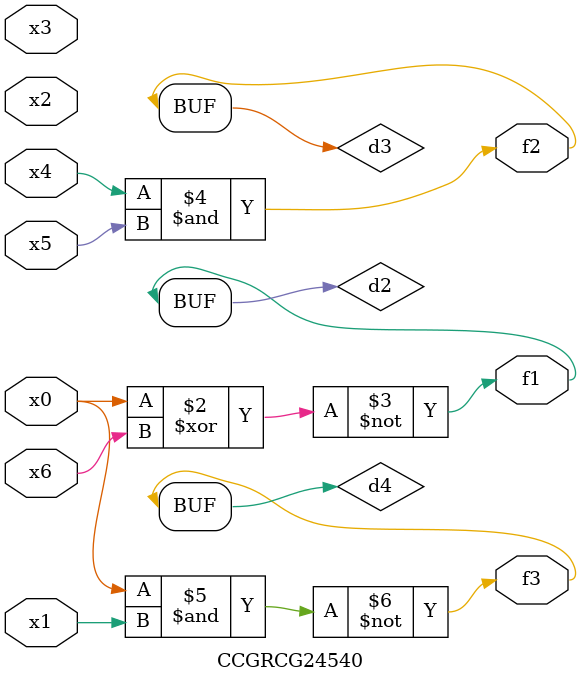
<source format=v>
module CCGRCG24540(
	input x0, x1, x2, x3, x4, x5, x6,
	output f1, f2, f3
);

	wire d1, d2, d3, d4;

	nor (d1, x0);
	xnor (d2, x0, x6);
	and (d3, x4, x5);
	nand (d4, x0, x1);
	assign f1 = d2;
	assign f2 = d3;
	assign f3 = d4;
endmodule

</source>
